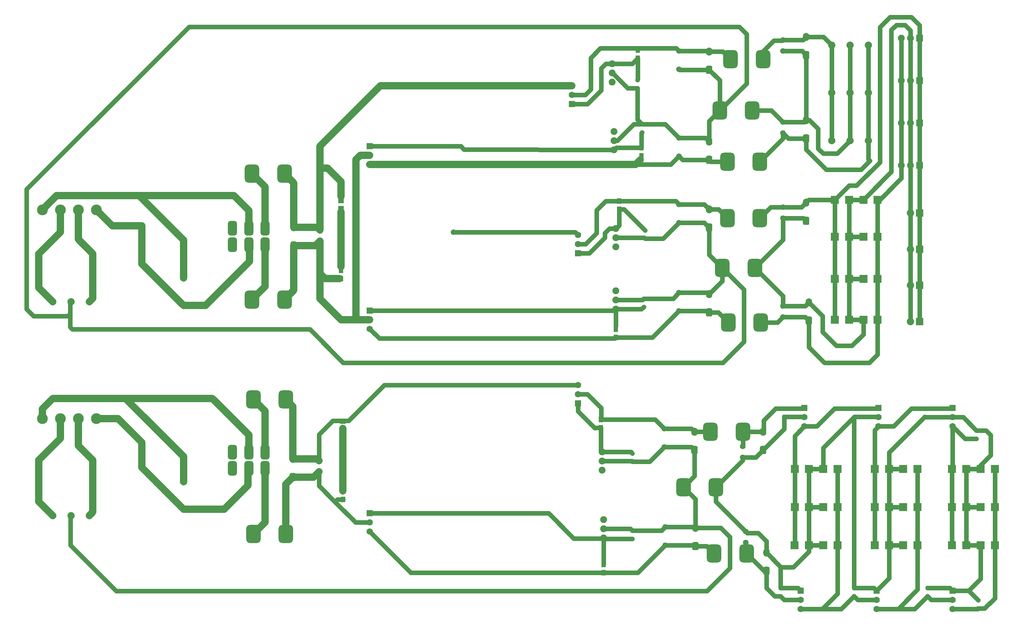
<source format=gbl>
G04 Layer_Physical_Order=2*
G04 Layer_Color=16711680*
%FSLAX25Y25*%
%MOIN*%
G70*
G01*
G75*
G04:AMPARAMS|DCode=10|XSize=196.85mil|YSize=157.48mil|CornerRadius=39.37mil|HoleSize=0mil|Usage=FLASHONLY|Rotation=90.000|XOffset=0mil|YOffset=0mil|HoleType=Round|Shape=RoundedRectangle|*
%AMROUNDEDRECTD10*
21,1,0.19685,0.07874,0,0,90.0*
21,1,0.11811,0.15748,0,0,90.0*
1,1,0.07874,0.03937,0.05906*
1,1,0.07874,0.03937,-0.05906*
1,1,0.07874,-0.03937,-0.05906*
1,1,0.07874,-0.03937,0.05906*
%
%ADD10ROUNDEDRECTD10*%
%ADD11R,0.05900X0.05120*%
%ADD12R,0.05000X0.06000*%
%ADD13C,0.05000*%
%ADD14C,0.08000*%
%ADD15C,0.07874*%
%ADD16R,0.07000X0.07000*%
%ADD17C,0.07000*%
%ADD18R,0.08661X0.08661*%
%ADD19R,0.08000X0.08000*%
%ADD20C,0.08000*%
%ADD21C,0.07500*%
%ADD22R,0.07500X0.07500*%
%ADD23C,0.06200*%
%ADD24O,0.07000X0.09000*%
G04:AMPARAMS|DCode=25|XSize=90mil|YSize=70mil|CornerRadius=17.5mil|HoleSize=0mil|Usage=FLASHONLY|Rotation=90.000|XOffset=0mil|YOffset=0mil|HoleType=Round|Shape=RoundedRectangle|*
%AMROUNDEDRECTD25*
21,1,0.09000,0.03500,0,0,90.0*
21,1,0.05500,0.07000,0,0,90.0*
1,1,0.03500,0.01750,0.02750*
1,1,0.03500,0.01750,-0.02750*
1,1,0.03500,-0.01750,-0.02750*
1,1,0.03500,-0.01750,0.02750*
%
%ADD25ROUNDEDRECTD25*%
%ADD26C,0.05118*%
%ADD27C,0.11811*%
%ADD28C,0.07874*%
G04:AMPARAMS|DCode=29|XSize=157.48mil|YSize=98.43mil|CornerRadius=24.61mil|HoleSize=0mil|Usage=FLASHONLY|Rotation=270.000|XOffset=0mil|YOffset=0mil|HoleType=Round|Shape=RoundedRectangle|*
%AMROUNDEDRECTD29*
21,1,0.15748,0.04921,0,0,270.0*
21,1,0.10827,0.09843,0,0,270.0*
1,1,0.04921,-0.02461,-0.05413*
1,1,0.04921,-0.02461,0.05413*
1,1,0.04921,0.02461,0.05413*
1,1,0.04921,0.02461,-0.05413*
%
%ADD29ROUNDEDRECTD29*%
D10*
X867784Y843000D02*
D03*
X903216D02*
D03*
X874284Y783500D02*
D03*
X909717D02*
D03*
X873283Y897500D02*
D03*
X908716D02*
D03*
X873283Y959000D02*
D03*
X908716D02*
D03*
X865067Y1015000D02*
D03*
X900500D02*
D03*
X876783Y1071000D02*
D03*
X912216D02*
D03*
X858784Y531000D02*
D03*
X894217D02*
D03*
X825284Y603500D02*
D03*
X860717D02*
D03*
X854784Y664000D02*
D03*
X890217D02*
D03*
X355283Y699500D02*
D03*
X390717D02*
D03*
X355283Y552500D02*
D03*
X390717D02*
D03*
X353783Y946000D02*
D03*
X389216D02*
D03*
X353783Y808500D02*
D03*
X389216D02*
D03*
D11*
X453000Y667520D02*
D03*
Y675000D02*
D03*
X451000Y908500D02*
D03*
Y915980D02*
D03*
D12*
X453500Y590000D02*
D03*
Y599000D02*
D03*
X451200Y831500D02*
D03*
Y840500D02*
D03*
X751500Y767000D02*
D03*
Y776000D02*
D03*
X755000Y907000D02*
D03*
Y916000D02*
D03*
X738000Y510000D02*
D03*
Y519000D02*
D03*
X735000Y668500D02*
D03*
Y677500D02*
D03*
X779500Y965500D02*
D03*
Y974500D02*
D03*
X775500Y1072000D02*
D03*
Y1081000D02*
D03*
D13*
X1165591Y482091D02*
Y540000D01*
X1154500Y471000D02*
X1165591Y482091D01*
X1147500Y471000D02*
X1154500D01*
X851000Y490000D02*
X876000Y515000D01*
X205500Y490000D02*
X851000D01*
X155500Y572000D02*
X156000Y572500D01*
X155500Y540000D02*
Y572000D01*
Y540000D02*
X205500Y490000D01*
X876000Y515000D02*
Y549000D01*
X866000Y559000D02*
X876000Y549000D01*
X838500Y559000D02*
X866000D01*
X978091Y646341D02*
X1011750Y680000D01*
X1012250Y680500D01*
X1011750Y493500D02*
Y680000D01*
X978091Y623500D02*
Y646341D01*
X1049909Y503909D02*
Y540000D01*
X1036500Y490500D02*
X1049909Y503909D01*
X1033500Y493500D02*
X1036500Y490500D01*
X1011750Y493500D02*
X1033500D01*
X931500Y516500D02*
X932000Y516000D01*
X945500D01*
X962409Y532909D01*
Y540000D01*
X1137000Y490500D02*
X1150000Y503500D01*
Y540000D01*
X1156000Y665500D02*
X1161000Y660500D01*
X1145500Y665500D02*
X1156000D01*
X1161000Y638500D02*
Y660500D01*
X1150000Y627500D02*
X1161000Y638500D01*
X1150000Y623500D02*
Y627500D01*
X1049909Y623500D02*
Y641409D01*
X1089000Y680500D01*
X1089500Y680000D01*
X1119500D01*
Y670000D02*
X1133000Y656500D01*
X1145500D01*
X1119500Y680000D02*
X1131000D01*
X1145500Y665500D01*
X1134409Y581750D02*
Y623500D01*
Y540000D02*
Y581750D01*
Y540000D02*
X1150000D01*
X1134409Y581750D02*
X1150000D01*
X1134409Y623500D02*
X1150000D01*
X1049909Y581750D02*
X1065500D01*
X1049909Y540000D02*
X1065500D01*
X1049909D02*
Y581750D01*
Y623500D02*
X1065500D01*
X1049909Y581750D02*
Y623500D01*
X1092000Y493500D02*
X1116500D01*
X1119500Y490500D01*
X1137000D02*
X1147500Y480000D01*
X1119500Y490500D02*
X1137000D01*
X1096000Y480500D02*
X1119500D01*
X1092000Y484500D02*
X1096000Y480500D01*
X1081091Y581750D02*
Y623500D01*
Y540000D02*
Y581750D01*
X1060000Y470500D02*
X1078000D01*
X1036500D02*
X1060000D01*
X1081091Y491590D01*
Y540000D01*
X1078000Y470500D02*
X1092000Y484500D01*
X962409Y540000D02*
X978000D01*
X962409D02*
X962500Y540091D01*
Y581750D01*
X978091D01*
X962500D02*
Y623500D01*
X978091D01*
X1015750Y480500D02*
X1036500D01*
X1011750Y484500D02*
X1015750Y480500D01*
X997750Y470500D02*
X1011750Y484500D01*
X977000Y470500D02*
X997750D01*
X977000D02*
X993591Y487090D01*
X1119500Y470500D02*
X1147000D01*
X1147500Y471000D01*
X1165591Y540000D02*
Y581750D01*
Y623500D01*
X1118819Y540000D02*
Y581750D01*
Y623500D01*
X1119500Y624181D01*
Y670000D01*
X1119000Y689500D02*
X1119500Y690000D01*
X1089000Y689500D02*
X1119000D01*
X1055000Y670000D02*
X1074500Y689500D01*
X1038500Y670000D02*
X1055000D01*
X1074500Y689500D02*
X1089000D01*
X1038000Y680500D02*
X1038500Y680000D01*
X1012250Y680500D02*
X1038000D01*
X1034319Y540000D02*
Y581750D01*
Y623500D01*
Y665819D01*
X1038500Y670000D01*
X1038000Y689500D02*
X1038500Y690000D01*
X1012250Y689500D02*
X1038000D01*
X990500D02*
X1012250D01*
X971000Y670000D02*
X990500Y689500D01*
X957500Y670000D02*
X971000D01*
X993681Y581750D02*
Y623500D01*
X993591Y540000D02*
X993681Y540091D01*
Y581750D01*
X993591Y487090D02*
Y540000D01*
X953500Y470500D02*
X977000D01*
X935500Y480500D02*
X953500D01*
X931500Y484500D02*
X935500Y480500D01*
X950500Y493500D02*
X953500Y490500D01*
X931500Y493500D02*
X950500D01*
X931500D02*
Y516500D01*
X916000Y532000D02*
X931500Y516500D01*
X925000Y484500D02*
X931500D01*
X916000Y493500D02*
X925000Y484500D01*
X916000Y493500D02*
Y512000D01*
X946819Y540000D02*
X946909Y540091D01*
Y581750D01*
Y623500D01*
Y659410D01*
X957500Y670000D01*
X957000Y680500D02*
X957500Y680000D01*
X935500Y680500D02*
X957000D01*
X935500Y667000D02*
Y680500D01*
X912500Y644000D02*
X935500Y667000D01*
X904500Y636000D02*
X912500Y644000D01*
X890000Y636000D02*
X904500D01*
X837500Y540000D02*
X838500Y539000D01*
X805500Y540000D02*
X837500D01*
X850784Y539000D02*
X858784Y531000D01*
X838500Y539000D02*
X850784D01*
X825284Y603500D02*
X838500Y590283D01*
Y559000D02*
Y590283D01*
X825284Y603500D02*
X837500Y615717D01*
Y644000D01*
X788500Y631500D02*
X804500Y647500D01*
X769500Y631500D02*
X788500D01*
X834000Y647500D02*
X837500Y644000D01*
X804500Y647500D02*
X834000D01*
X837500Y560000D02*
X838500Y559000D01*
X805500Y560000D02*
X837500D01*
X738000Y547500D02*
Y548000D01*
Y519000D02*
Y547500D01*
X705500D02*
X738000D01*
X678000Y575000D02*
X705500Y547500D01*
X482500Y575000D02*
X678000D01*
X775500Y510000D02*
X805500Y540000D01*
X738000Y510000D02*
X775500D01*
X801500Y556000D02*
X805500Y560000D01*
X769500Y556000D02*
X801500D01*
X739000Y547000D02*
X769500D01*
X767500Y558000D02*
X769500Y556000D01*
X738000Y558000D02*
X767500D01*
X913216Y512000D02*
X916000D01*
X894217Y531000D02*
X913216Y512000D01*
X893500Y531716D02*
X894217Y531000D01*
X893500Y531716D02*
Y543000D01*
Y555000D02*
X895000Y553500D01*
X907000D01*
X916000Y544500D01*
Y532000D02*
Y544500D01*
X860717Y587783D02*
X893500Y555000D01*
X860717Y587783D02*
Y603500D01*
X890000Y632784D02*
Y636000D01*
X860717Y603500D02*
X890000Y632784D01*
X935500Y689500D02*
X957000D01*
X957500Y690000D01*
X912500Y664000D02*
X913000Y664500D01*
Y676500D01*
X926000Y689500D01*
X935500D01*
X890217Y664000D02*
X912500D01*
X890000Y648000D02*
X890217Y648216D01*
Y664000D01*
X837500D02*
X854784D01*
X834000Y667500D02*
X837500Y664000D01*
X804500Y667500D02*
X834000D01*
X794500Y677500D02*
X804500Y667500D01*
X735000Y677500D02*
X794500D01*
X768000Y642000D02*
X769500Y640500D01*
X736500Y642000D02*
X768000D01*
X769000Y632000D02*
X769500Y631500D01*
X736500Y632000D02*
X769000D01*
X735000Y643500D02*
X736500Y642000D01*
X735000Y643500D02*
Y668500D01*
X729000D02*
X735000D01*
X728500Y668000D02*
X729000Y668500D01*
X710000Y686500D02*
X728500Y668000D01*
X710000Y686500D02*
Y695000D01*
X735000Y677500D02*
X735500Y678000D01*
Y690000D01*
X720500Y705000D02*
X735500Y690000D01*
X710000Y705000D02*
X720500D01*
X527500Y510000D02*
X738000D01*
X482500Y555000D02*
X527500Y510000D01*
X467000Y565000D02*
X482500D01*
X444500Y587500D02*
X467000Y565000D01*
X447000Y590000D02*
X453500D01*
X444500Y587500D02*
X447000Y590000D01*
X427000Y605000D02*
X444500Y587500D01*
X427000Y605000D02*
Y620500D01*
X442000Y676000D02*
X459500D01*
X498500Y715000D02*
X710000D01*
X459500Y676000D02*
X498500Y715000D01*
X427000Y661000D02*
X442000Y676000D01*
X427000Y632500D02*
Y661000D01*
X707000Y882000D02*
X710000Y879000D01*
X574000Y882000D02*
X707000D01*
X155000Y778500D02*
Y793000D01*
Y778500D02*
X157500Y776000D01*
X417000D01*
X453500Y739500D01*
X868500D01*
X891500Y762500D01*
Y819283D01*
X867784Y843000D02*
X891500Y819283D01*
X853500Y857283D02*
X867784Y843000D01*
X903216D02*
X934000Y873783D01*
X1083500Y1094000D02*
Y1108000D01*
X1074500Y1117000D02*
X1083500Y1108000D01*
X1051000Y1117000D02*
X1074500D01*
X1040000Y1106000D02*
X1051000Y1117000D01*
X1040000Y958500D02*
Y1106000D01*
X1014500Y933000D02*
X1040000Y958500D01*
X1006228Y933000D02*
X1014500D01*
X990728Y917500D02*
X1006228Y933000D01*
X1027500Y961500D02*
Y982000D01*
Y961500D02*
X1029000Y960000D01*
X1067500Y1108500D02*
X1073500Y1102500D01*
X1058000Y1108500D02*
X1067500D01*
X1052500Y1103000D02*
X1058000Y1108500D01*
X1052500Y948091D02*
Y1103000D01*
X1021909Y917500D02*
X1052500Y948091D01*
X1040000Y917500D02*
X1063500Y941000D01*
X1037500Y917500D02*
X1040000D01*
X1063500Y941000D02*
Y955000D01*
Y1001333D01*
Y1047667D02*
Y1094000D01*
X1083500Y955000D02*
Y1001333D01*
Y1047667D02*
Y1094000D01*
X1073500Y903000D02*
Y955000D01*
Y1001333D01*
Y1047667D01*
Y1094000D01*
Y1102500D01*
X934000Y873783D02*
Y897500D01*
X956500D02*
X959500Y894500D01*
X934000Y897500D02*
X956500D01*
X962500Y805500D02*
X977500Y790500D01*
Y773000D02*
Y790500D01*
Y773000D02*
X992500Y758000D01*
X1009500D01*
X1021909Y770409D01*
Y786433D01*
X920716Y909500D02*
X934000D01*
X908716Y897500D02*
X920716Y909500D01*
X954500D02*
X959500Y914500D01*
X934000Y909500D02*
X954500D01*
X959500Y914500D02*
X962500Y917500D01*
X990728D01*
Y786433D02*
Y831000D01*
Y877000D01*
Y917500D01*
X1006319D02*
X1021909D01*
X1006319Y877000D02*
X1021909D01*
X1006319D02*
Y917500D01*
Y831000D02*
Y877000D01*
Y831000D02*
X1021909D01*
X1006319Y786433D02*
Y831000D01*
Y786433D02*
X1021909D01*
X1083500Y1001333D02*
Y1047667D01*
Y903000D02*
Y955000D01*
Y863500D02*
Y903000D01*
Y824000D02*
Y863500D01*
Y784500D02*
Y824000D01*
X1073500Y784500D02*
Y824000D01*
Y863500D01*
Y903000D01*
X1063500Y1001333D02*
Y1047667D01*
X1037500Y831000D02*
Y877000D01*
Y917500D01*
Y786433D02*
Y831000D01*
Y748500D02*
Y786433D01*
X1028500Y739500D02*
X1037500Y748500D01*
X979500Y739500D02*
X1028500D01*
X962500Y756500D02*
X979500Y739500D01*
X962500Y756500D02*
Y785500D01*
X958500Y789500D02*
X962500Y785500D01*
X934000Y789500D02*
X958500D01*
Y801500D02*
X962500Y805500D01*
X934000Y801500D02*
X958500D01*
X934000D02*
Y812216D01*
X903216Y843000D02*
X934000Y812216D01*
X928000Y783500D02*
X934000Y789500D01*
X909717Y783500D02*
X928000D01*
X863284Y794500D02*
X874284Y783500D01*
X853500Y794500D02*
X863284D01*
X852000Y796000D02*
X853500Y794500D01*
X820500Y796000D02*
X852000D01*
Y816000D02*
X853500Y814500D01*
X820500Y816000D02*
X852000D01*
X853500Y814500D02*
X867784Y828784D01*
Y843000D01*
X853500Y857283D02*
Y887000D01*
X848000Y892500D02*
X853500Y887000D01*
X820500Y892500D02*
X848000D01*
X863783Y907000D02*
X873283Y897500D01*
X853500Y907000D02*
X863783D01*
X848000Y912500D02*
X853500Y907000D01*
X820500Y912500D02*
X848000D01*
X755000Y916000D02*
X817000D01*
X820500Y912500D01*
X811500Y956000D02*
X820500Y965000D01*
X115000Y790500D02*
X152500D01*
X107500Y798000D02*
X115000Y790500D01*
X107500Y798000D02*
Y929000D01*
X152500Y790500D02*
X155000Y793000D01*
Y805000D01*
X156000Y806000D01*
X107500Y929000D02*
X285000Y1106500D01*
X886500D01*
X894500Y1098500D01*
Y1044433D02*
Y1098500D01*
X865067Y1015000D02*
X894500Y1044433D01*
X908716Y959000D02*
X934000Y984284D01*
Y990500D01*
X940000Y984500D01*
X959500D01*
X734500Y1083000D02*
X817500D01*
X820500Y1080000D01*
X775000Y1005000D02*
X780000Y1000000D01*
X775000Y1005000D02*
Y1039500D01*
X771000Y1000000D02*
X780000D01*
X753000Y982000D02*
X771000Y1000000D01*
X749500Y982000D02*
X753000D01*
X780000Y1000000D02*
X805500D01*
X820500Y985000D01*
X849500D01*
X853500Y981000D01*
X773000Y956000D02*
X811500D01*
X820500Y965000D02*
X824500Y961000D01*
X853500D01*
X855500Y959000D01*
X873283D01*
X853500Y1003433D02*
X865067Y1015000D01*
X853500Y981000D02*
Y1003433D01*
X868283Y1079500D02*
X876783Y1071000D01*
X853500Y1079500D02*
X868283D01*
X853000Y1080000D02*
X853500Y1079500D01*
X820500Y1080000D02*
X853000D01*
X820500Y1060000D02*
X821000Y1059500D01*
X853500D01*
X865067Y1047933D01*
Y1015000D02*
Y1047933D01*
X956000Y1092000D02*
X959500Y1095500D01*
X934000Y1092000D02*
X956000D01*
X933500Y1091500D02*
X934000Y1092000D01*
X924000Y1091500D02*
X933500D01*
X912216Y1079716D02*
X924000Y1091500D01*
X912216Y1071000D02*
Y1079716D01*
X900500Y1015000D02*
X921500D01*
X934000Y1002500D01*
X972500Y973500D02*
Y995000D01*
X963000Y1004500D02*
X972500Y995000D01*
X959500Y1004500D02*
X963000D01*
X957500Y1002500D02*
X959500Y1004500D01*
X934000Y1002500D02*
X957500D01*
X955000Y1080000D02*
X959500Y1075500D01*
X934000Y1080000D02*
X955000D01*
X959500Y1004500D02*
Y1075500D01*
X972500Y973500D02*
X978000Y968000D01*
X993500D01*
X1007500Y982000D01*
X987500D02*
Y1034250D01*
Y1086500D01*
X978500Y1095500D02*
X987500Y1086500D01*
X959500Y1095500D02*
X978500D01*
X1007500Y982000D02*
Y1034250D01*
Y1086500D01*
X1027500Y982000D02*
Y1034250D01*
Y1086500D01*
X1019500Y950500D02*
X1029000Y960000D01*
X981500Y950500D02*
X1019500D01*
X959500Y972500D02*
X981500Y950500D01*
X959500Y972500D02*
Y984500D01*
X791500Y767000D02*
X820500Y796000D01*
X751500Y767000D02*
X791500D01*
X814000Y809500D02*
X820500Y816000D01*
X782000Y809500D02*
X814000D01*
X780500Y808000D02*
X782000Y809500D01*
X751500Y808000D02*
X780500D01*
X803000Y875000D02*
X820500Y892500D01*
X783500Y875000D02*
X803000D01*
X755000Y907000D02*
X760500D01*
X783500Y884000D01*
X751500Y886000D02*
X755000Y889500D01*
Y907000D01*
X744500Y886000D02*
X751500D01*
X739500Y881000D02*
X744500Y886000D01*
X739500Y876000D02*
Y881000D01*
X722500Y859000D02*
X739500Y876000D01*
X710000Y859000D02*
X722500D01*
X730500Y881000D02*
Y906000D01*
X740500Y916000D01*
X755000D01*
X718500Y869000D02*
X730500Y881000D01*
X710000Y869000D02*
X718500D01*
X585500Y972500D02*
X749500Y972000D01*
X582000Y976000D02*
X585500Y972500D01*
X750000Y796500D02*
X751500Y798000D01*
X482500Y796500D02*
X750000D01*
X482500Y776500D02*
X493000Y766000D01*
X750500D01*
X779500Y990500D02*
X780000Y991000D01*
X779500Y974500D02*
Y990500D01*
X749500Y972000D02*
X752000Y974500D01*
X779500D01*
X482500Y976000D02*
X582000D01*
X764253Y1039500D02*
X775000D01*
X747753Y1056000D02*
X764253Y1039500D01*
X747500Y1056000D02*
X747753D01*
X775000Y1048500D02*
X775500Y1049000D01*
Y1072000D01*
X769500Y1066000D02*
X775500Y1072000D01*
X747500Y1066000D02*
X769500D01*
X740500D02*
X747500D01*
X735500Y1061000D02*
X740500Y1066000D01*
X735500Y1037000D02*
Y1061000D01*
X720500Y1022000D02*
X735500Y1037000D01*
X703500Y1022000D02*
X720500D01*
X724000Y1072500D02*
X734500Y1083000D01*
X724000Y1038000D02*
Y1072500D01*
X718000Y1032000D02*
X724000Y1038000D01*
X703500Y1032000D02*
X718000D01*
X751500Y876000D02*
X782500D01*
X779500Y798000D02*
X782000Y800500D01*
X751500Y798000D02*
X779500D01*
X751500Y779500D02*
Y798000D01*
D14*
X428000Y921000D02*
Y952000D01*
Y884500D02*
Y921000D01*
X773000Y956000D02*
X778000Y961000D01*
X482500Y956000D02*
X773000D01*
X467500Y786500D02*
X482500D01*
X451000D02*
X467500D01*
Y961500D01*
X472000Y966000D01*
X482500D01*
X494000Y1042000D02*
X703500D01*
X428000Y952000D02*
Y976000D01*
Y952000D02*
X436500D01*
X451000Y937500D01*
Y921000D02*
Y937500D01*
X428000Y809500D02*
X451000Y786500D01*
X428000Y809500D02*
Y837000D01*
X433500Y831500D01*
X428000Y837000D02*
Y872500D01*
X433500Y831500D02*
X449500D01*
X428000Y976000D02*
X494000Y1042000D01*
X423000Y867500D02*
X428000Y872500D01*
X399500Y867500D02*
X423000D01*
X425000Y887500D02*
X428000Y884500D01*
X399500Y887500D02*
X425000D01*
X451000Y844500D02*
Y904500D01*
X453000Y599500D02*
Y667520D01*
X230500Y922000D02*
X334000D01*
X421000Y614500D02*
X427000Y620500D01*
X398500Y614500D02*
X421000D01*
X425000Y634500D02*
X427000Y632500D01*
X398500Y634500D02*
X425000D01*
X398500D02*
Y691716D01*
X390717Y699500D02*
X398500Y691716D01*
X390717Y606716D02*
X398500Y614500D01*
X390717Y552500D02*
Y606716D01*
X367933Y565150D02*
Y624000D01*
X355283Y552500D02*
X367933Y565150D01*
Y641716D02*
Y686850D01*
X355283Y699500D02*
X367933Y686850D01*
X349500Y623283D02*
X350217Y624000D01*
X349500Y605500D02*
Y623283D01*
X323500Y579500D02*
X349500Y605500D01*
X279000Y579500D02*
X323500D01*
X215500Y700500D02*
X310500D01*
X350217Y660783D01*
Y641716D02*
Y660783D01*
X353783Y808500D02*
X367933Y822650D01*
X389216Y946000D02*
X399500Y935717D01*
X389216Y808500D02*
X399500Y818783D01*
X353783Y946000D02*
X367933Y931850D01*
X279000Y609500D02*
Y637000D01*
X233500Y682500D02*
X279000Y637000D01*
X233500Y625000D02*
X279000Y579500D01*
X233500Y625000D02*
Y652500D01*
X207500Y678500D02*
X233500Y652500D01*
X183685Y678500D02*
X207500D01*
X215500Y700500D02*
X233500Y682500D01*
X136000Y700500D02*
X215500D01*
X124630Y689130D02*
X136000Y700500D01*
X124630Y678500D02*
Y689130D01*
X399500Y887500D02*
Y935717D01*
Y818783D02*
Y867500D01*
X367933Y822650D02*
Y868500D01*
Y886217D02*
Y931850D01*
X350217Y868500D02*
X351000Y867717D01*
Y850000D02*
Y867717D01*
X303000Y802000D02*
X351000Y850000D01*
X279000Y802000D02*
X303000D01*
X350217Y886217D02*
Y905783D01*
X334000Y922000D02*
X350217Y905783D01*
X279000Y832000D02*
Y873500D01*
X233500Y919000D02*
X279000Y873500D01*
X230500Y922000D02*
X233500Y919000D01*
X140130Y922000D02*
X230500D01*
X124630Y906500D02*
X140130Y922000D01*
X233500Y847500D02*
X279000Y802000D01*
X233500Y847500D02*
Y889000D01*
X201185D02*
X233500D01*
X183685Y906500D02*
X201185Y889000D01*
X179748Y809748D02*
Y858500D01*
X176000Y806000D02*
X179748Y809748D01*
X120693Y821307D02*
Y858500D01*
Y821307D02*
X136000Y806000D01*
X164000Y874248D02*
X179748Y858500D01*
X164000Y874248D02*
Y906500D01*
X144315Y882122D02*
Y906500D01*
X120693Y858500D02*
X144315Y882122D01*
X179748Y576248D02*
Y633000D01*
X176000Y572500D02*
X179748Y576248D01*
X164000Y648748D02*
X179748Y633000D01*
X164000Y648748D02*
Y678500D01*
X144315Y656622D02*
Y678500D01*
X120693Y633000D02*
X144315Y656622D01*
X120693Y587807D02*
Y633000D01*
Y587807D02*
X136000Y572500D01*
D15*
D03*
X156000D02*
D03*
X176000D02*
D03*
X136000Y806000D02*
D03*
X156000D02*
D03*
X176000D02*
D03*
X1027500Y982000D02*
D03*
X1007500D02*
D03*
X987500D02*
D03*
X120693Y858500D02*
D03*
X179748D02*
D03*
X1027500Y1086500D02*
D03*
X1007500D02*
D03*
X987500D02*
D03*
X1027500Y1034250D02*
D03*
X1007500D02*
D03*
X987500D02*
D03*
X120693Y633000D02*
D03*
X179748D02*
D03*
D16*
X710000Y859000D02*
D03*
X703500Y1022000D02*
D03*
X482500Y976000D02*
D03*
Y796500D02*
D03*
X710000Y695000D02*
D03*
X1119500Y690000D02*
D03*
X1038500D02*
D03*
X957500D02*
D03*
X1119500Y490500D02*
D03*
X1036500D02*
D03*
X953500D02*
D03*
X482500Y575000D02*
D03*
D17*
X710000Y869000D02*
D03*
Y879000D02*
D03*
X703500Y1032000D02*
D03*
Y1042000D02*
D03*
X482500Y966000D02*
D03*
Y956000D02*
D03*
Y786500D02*
D03*
Y776500D02*
D03*
X710000Y705000D02*
D03*
Y715000D02*
D03*
X1119500Y680000D02*
D03*
Y670000D02*
D03*
X1038500Y680000D02*
D03*
Y670000D02*
D03*
X957500Y680000D02*
D03*
Y670000D02*
D03*
X1119500Y480500D02*
D03*
Y470500D02*
D03*
X1036500Y480500D02*
D03*
Y470500D02*
D03*
X953500Y480500D02*
D03*
Y470500D02*
D03*
X482500Y565000D02*
D03*
Y555000D02*
D03*
D18*
X990728Y786433D02*
D03*
X1006319D02*
D03*
X1037500D02*
D03*
X1021909D02*
D03*
X990728Y917500D02*
D03*
X1006319D02*
D03*
X1037500D02*
D03*
X1021909D02*
D03*
X990728Y831000D02*
D03*
X1006319D02*
D03*
X1037500D02*
D03*
X1021909D02*
D03*
X990728Y877000D02*
D03*
X1006319D02*
D03*
X1037500D02*
D03*
X1021909D02*
D03*
X1034319Y623500D02*
D03*
X1049909D02*
D03*
X1081091D02*
D03*
X1065500D02*
D03*
X946909D02*
D03*
X962500D02*
D03*
X993681D02*
D03*
X978091D02*
D03*
X1118819Y581750D02*
D03*
X1134409D02*
D03*
X1165591D02*
D03*
X1150000D02*
D03*
X1118819Y540000D02*
D03*
X1134409D02*
D03*
X1165591D02*
D03*
X1150000D02*
D03*
X946909Y581750D02*
D03*
X962500D02*
D03*
X993681D02*
D03*
X978091D02*
D03*
X1034319D02*
D03*
X1049909D02*
D03*
X1081091D02*
D03*
X1065500D02*
D03*
X1118819Y623500D02*
D03*
X1134409D02*
D03*
X1165591D02*
D03*
X1150000D02*
D03*
X946819Y540000D02*
D03*
X962409D02*
D03*
X993591D02*
D03*
X978000D02*
D03*
X1034319D02*
D03*
X1049909D02*
D03*
X1081091D02*
D03*
X1065500D02*
D03*
D19*
X1083500Y784500D02*
D03*
Y824000D02*
D03*
Y863500D02*
D03*
Y903000D02*
D03*
D20*
X1073500Y784500D02*
D03*
Y824000D02*
D03*
Y863500D02*
D03*
Y903000D02*
D03*
D21*
X1063500Y1047667D02*
D03*
X1073500D02*
D03*
X747500Y1056000D02*
D03*
Y1066000D02*
D03*
Y1046000D02*
D03*
X751500Y876000D02*
D03*
Y886000D02*
D03*
Y866000D02*
D03*
X1063500Y1094000D02*
D03*
X1073500D02*
D03*
X749500Y982000D02*
D03*
Y992000D02*
D03*
Y972000D02*
D03*
X751500Y808000D02*
D03*
Y818000D02*
D03*
Y798000D02*
D03*
X1063500Y1001333D02*
D03*
X1073500D02*
D03*
X1063500Y955000D02*
D03*
X1073500D02*
D03*
X736500Y632000D02*
D03*
Y642000D02*
D03*
Y622000D02*
D03*
X738000Y558000D02*
D03*
Y568000D02*
D03*
Y548000D02*
D03*
D22*
X1083500Y1047667D02*
D03*
Y1094000D02*
D03*
Y1001333D02*
D03*
Y955000D02*
D03*
D23*
X934000Y909500D02*
D03*
Y897500D02*
D03*
X820500Y912500D02*
D03*
Y892500D02*
D03*
X934000Y1092000D02*
D03*
Y1080000D02*
D03*
X820500D02*
D03*
Y1060000D02*
D03*
X428000Y884500D02*
D03*
Y872500D02*
D03*
X934000Y801500D02*
D03*
Y789500D02*
D03*
Y1002500D02*
D03*
Y990500D02*
D03*
X820500Y985000D02*
D03*
Y965000D02*
D03*
Y816000D02*
D03*
Y796000D02*
D03*
X427000Y632500D02*
D03*
Y620500D02*
D03*
X890000Y648000D02*
D03*
Y636000D02*
D03*
X804500Y667500D02*
D03*
Y647500D02*
D03*
X893500Y555000D02*
D03*
Y543000D02*
D03*
X805500Y560000D02*
D03*
Y540000D02*
D03*
X428000Y921000D02*
D03*
X574000Y882000D02*
D03*
D24*
X959500Y914500D02*
D03*
X853500Y907000D02*
D03*
X959500Y1095500D02*
D03*
X853500Y1079500D02*
D03*
X399500Y887500D02*
D03*
X962500Y805500D02*
D03*
X959500Y1004500D02*
D03*
X853500Y981000D02*
D03*
Y814500D02*
D03*
X398500Y634500D02*
D03*
X912500Y664000D02*
D03*
X837500D02*
D03*
X916000Y532000D02*
D03*
X838500Y559000D02*
D03*
D25*
X959500Y894500D02*
D03*
X853500Y887000D02*
D03*
X959500Y1075500D02*
D03*
X853500Y1059500D02*
D03*
X399500Y867500D02*
D03*
X962500Y785500D02*
D03*
X959500Y984500D02*
D03*
X853500Y961000D02*
D03*
Y794500D02*
D03*
X398500Y614500D02*
D03*
X912500Y644000D02*
D03*
X837500D02*
D03*
X916000Y512000D02*
D03*
X838500Y539000D02*
D03*
D26*
X783500Y875000D02*
D03*
Y884000D02*
D03*
X775000Y1039500D02*
D03*
Y1048500D02*
D03*
X780000Y991000D02*
D03*
Y1000000D02*
D03*
X782000Y800500D02*
D03*
Y809500D02*
D03*
X1145500Y665500D02*
D03*
Y656500D02*
D03*
X1089000Y680500D02*
D03*
Y689500D02*
D03*
X1012250Y680500D02*
D03*
Y689500D02*
D03*
X935500Y680500D02*
D03*
Y689500D02*
D03*
X769500Y631500D02*
D03*
Y640500D02*
D03*
Y547000D02*
D03*
Y556000D02*
D03*
X1147500Y480000D02*
D03*
Y471000D02*
D03*
X1092000Y484500D02*
D03*
Y493500D02*
D03*
X1011750Y484500D02*
D03*
Y493500D02*
D03*
X931500Y484500D02*
D03*
Y493500D02*
D03*
D27*
X124630Y906500D02*
D03*
X144315D02*
D03*
X164000D02*
D03*
X183685D02*
D03*
X124630Y678500D02*
D03*
X144315D02*
D03*
X164000D02*
D03*
X183685D02*
D03*
D28*
X279000Y832000D02*
D03*
Y802000D02*
D03*
X233500Y919000D02*
D03*
Y889000D02*
D03*
X279000Y609500D02*
D03*
Y579500D02*
D03*
X233500Y682500D02*
D03*
Y652500D02*
D03*
D29*
X367933Y868500D02*
D03*
X350217D02*
D03*
X332500D02*
D03*
Y886217D02*
D03*
X350217D02*
D03*
X367933D02*
D03*
X332500Y641716D02*
D03*
X350217D02*
D03*
X367933D02*
D03*
Y624000D02*
D03*
X350217D02*
D03*
X332500D02*
D03*
M02*

</source>
